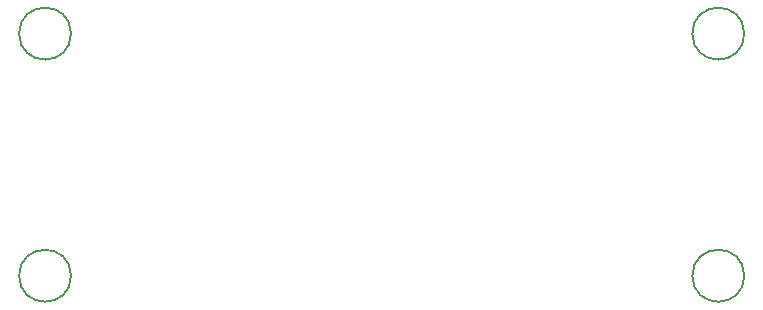
<source format=gbr>
%TF.GenerationSoftware,KiCad,Pcbnew,7.0.10-1.fc39*%
%TF.CreationDate,2024-02-14T22:36:16-06:00*%
%TF.ProjectId,mkr-sensor-shield,6d6b722d-7365-46e7-936f-722d73686965,rev?*%
%TF.SameCoordinates,Original*%
%TF.FileFunction,AssemblyDrawing,Bot*%
%FSLAX46Y46*%
G04 Gerber Fmt 4.6, Leading zero omitted, Abs format (unit mm)*
G04 Created by KiCad (PCBNEW 7.0.10-1.fc39) date 2024-02-14 22:36:16*
%MOMM*%
%LPD*%
G01*
G04 APERTURE LIST*
%ADD10C,0.150000*%
G04 APERTURE END LIST*
D10*
%TO.C,A1*%
X133710001Y-57265001D02*
G75*
G03*
X129310001Y-57265001I-2200000J0D01*
G01*
X129310001Y-57265001D02*
G75*
G03*
X133710001Y-57265001I2200000J0D01*
G01*
X133710001Y-77765001D02*
G75*
G03*
X129310001Y-77765001I-2200000J0D01*
G01*
X129310001Y-77765001D02*
G75*
G03*
X133710001Y-77765001I2200000J0D01*
G01*
X190710001Y-57265001D02*
G75*
G03*
X186310001Y-57265001I-2200000J0D01*
G01*
X186310001Y-57265001D02*
G75*
G03*
X190710001Y-57265001I2200000J0D01*
G01*
X190710001Y-77765001D02*
G75*
G03*
X186310001Y-77765001I-2200000J0D01*
G01*
X186310001Y-77765001D02*
G75*
G03*
X190710001Y-77765001I2200000J0D01*
G01*
%TD*%
M02*

</source>
